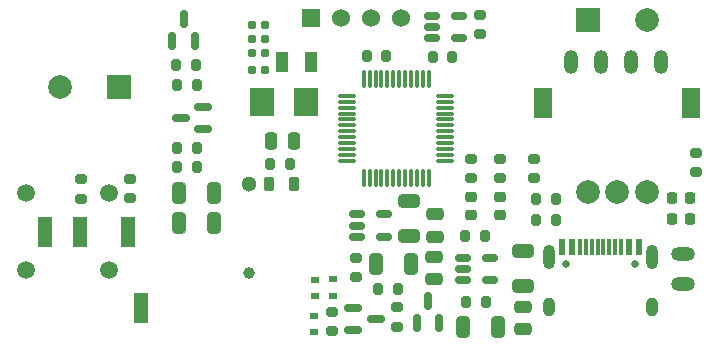
<source format=gbr>
%TF.GenerationSoftware,KiCad,Pcbnew,(6.0.2)*%
%TF.CreationDate,2022-04-09T20:57:27+08:00*%
%TF.ProjectId,Morse_code_PCB,4d6f7273-655f-4636-9f64-655f5043422e,rev?*%
%TF.SameCoordinates,Original*%
%TF.FileFunction,Soldermask,Top*%
%TF.FilePolarity,Negative*%
%FSLAX46Y46*%
G04 Gerber Fmt 4.6, Leading zero omitted, Abs format (unit mm)*
G04 Created by KiCad (PCBNEW (6.0.2)) date 2022-04-09 20:57:27*
%MOMM*%
%LPD*%
G01*
G04 APERTURE LIST*
G04 Aperture macros list*
%AMRoundRect*
0 Rectangle with rounded corners*
0 $1 Rounding radius*
0 $2 $3 $4 $5 $6 $7 $8 $9 X,Y pos of 4 corners*
0 Add a 4 corners polygon primitive as box body*
4,1,4,$2,$3,$4,$5,$6,$7,$8,$9,$2,$3,0*
0 Add four circle primitives for the rounded corners*
1,1,$1+$1,$2,$3*
1,1,$1+$1,$4,$5*
1,1,$1+$1,$6,$7*
1,1,$1+$1,$8,$9*
0 Add four rect primitives between the rounded corners*
20,1,$1+$1,$2,$3,$4,$5,0*
20,1,$1+$1,$4,$5,$6,$7,0*
20,1,$1+$1,$6,$7,$8,$9,0*
20,1,$1+$1,$8,$9,$2,$3,0*%
G04 Aperture macros list end*
%ADD10RoundRect,0.225000X-0.250000X0.225000X-0.250000X-0.225000X0.250000X-0.225000X0.250000X0.225000X0*%
%ADD11RoundRect,0.155000X-0.212500X-0.155000X0.212500X-0.155000X0.212500X0.155000X-0.212500X0.155000X0*%
%ADD12RoundRect,0.200000X-0.275000X0.200000X-0.275000X-0.200000X0.275000X-0.200000X0.275000X0.200000X0*%
%ADD13RoundRect,0.200000X0.200000X0.275000X-0.200000X0.275000X-0.200000X-0.275000X0.200000X-0.275000X0*%
%ADD14RoundRect,0.150000X0.587500X0.150000X-0.587500X0.150000X-0.587500X-0.150000X0.587500X-0.150000X0*%
%ADD15R,2.000000X2.000000*%
%ADD16C,2.000000*%
%ADD17RoundRect,0.200000X-0.200000X-0.275000X0.200000X-0.275000X0.200000X0.275000X-0.200000X0.275000X0*%
%ADD18R,1.000000X1.800000*%
%ADD19RoundRect,0.075000X-0.662500X-0.075000X0.662500X-0.075000X0.662500X0.075000X-0.662500X0.075000X0*%
%ADD20RoundRect,0.075000X-0.075000X-0.662500X0.075000X-0.662500X0.075000X0.662500X-0.075000X0.662500X0*%
%ADD21O,2.000000X1.200000*%
%ADD22R,0.700000X0.600000*%
%ADD23RoundRect,0.218750X-0.218750X-0.381250X0.218750X-0.381250X0.218750X0.381250X-0.218750X0.381250X0*%
%ADD24R,1.500000X2.500000*%
%ADD25RoundRect,0.250000X0.325000X0.650000X-0.325000X0.650000X-0.325000X-0.650000X0.325000X-0.650000X0*%
%ADD26RoundRect,0.250000X-0.650000X0.325000X-0.650000X-0.325000X0.650000X-0.325000X0.650000X0.325000X0*%
%ADD27RoundRect,0.250000X-0.325000X-0.650000X0.325000X-0.650000X0.325000X0.650000X-0.325000X0.650000X0*%
%ADD28RoundRect,0.218750X0.218750X0.256250X-0.218750X0.256250X-0.218750X-0.256250X0.218750X-0.256250X0*%
%ADD29RoundRect,0.200000X0.275000X-0.200000X0.275000X0.200000X-0.275000X0.200000X-0.275000X-0.200000X0*%
%ADD30RoundRect,0.150000X-0.512500X-0.150000X0.512500X-0.150000X0.512500X0.150000X-0.512500X0.150000X0*%
%ADD31R,1.524000X1.524000*%
%ADD32C,1.524000*%
%ADD33RoundRect,0.250000X0.475000X-0.250000X0.475000X0.250000X-0.475000X0.250000X-0.475000X-0.250000X0*%
%ADD34C,0.650000*%
%ADD35R,0.600000X1.450000*%
%ADD36R,0.300000X1.450000*%
%ADD37O,1.000000X2.100000*%
%ADD38O,1.000000X1.600000*%
%ADD39C,1.500000*%
%ADD40R,1.200000X2.500000*%
%ADD41RoundRect,0.250000X0.250000X0.475000X-0.250000X0.475000X-0.250000X-0.475000X0.250000X-0.475000X0*%
%ADD42RoundRect,0.150000X0.150000X-0.587500X0.150000X0.587500X-0.150000X0.587500X-0.150000X-0.587500X0*%
%ADD43R,2.000000X2.400000*%
%ADD44RoundRect,0.150000X-0.587500X-0.150000X0.587500X-0.150000X0.587500X0.150000X-0.587500X0.150000X0*%
%ADD45RoundRect,0.250000X-0.475000X0.250000X-0.475000X-0.250000X0.475000X-0.250000X0.475000X0.250000X0*%
%ADD46O,1.200000X2.000000*%
%ADD47C,1.300000*%
%ADD48C,1.000000*%
G04 APERTURE END LIST*
D10*
%TO.C,C2*%
X112300000Y-149125000D03*
X112300000Y-150675000D03*
%TD*%
D11*
%TO.C,C16*%
X91282500Y-135720000D03*
X92417500Y-135720000D03*
%TD*%
D12*
%TO.C,R19*%
X110600000Y-133675000D03*
X110600000Y-135325000D03*
%TD*%
D13*
%TO.C,R21*%
X86625000Y-139600000D03*
X84975000Y-139600000D03*
%TD*%
D14*
%TO.C,Q3*%
X87137500Y-143350000D03*
X87137500Y-141450000D03*
X85262500Y-142400000D03*
%TD*%
D15*
%TO.C,BZ1*%
X80070785Y-139800000D03*
D16*
X75070785Y-139800000D03*
%TD*%
D17*
%TO.C,R20*%
X84875000Y-137900000D03*
X86525000Y-137900000D03*
%TD*%
D18*
%TO.C,Y2*%
X93830000Y-137640000D03*
X96330000Y-137640000D03*
%TD*%
D19*
%TO.C,U7*%
X99337500Y-140550000D03*
X99337500Y-141050000D03*
X99337500Y-141550000D03*
X99337500Y-142050000D03*
X99337500Y-142550000D03*
X99337500Y-143050000D03*
X99337500Y-143550000D03*
X99337500Y-144050000D03*
X99337500Y-144550000D03*
X99337500Y-145050000D03*
X99337500Y-145550000D03*
X99337500Y-146050000D03*
D20*
X100750000Y-147462500D03*
X101250000Y-147462500D03*
X101750000Y-147462500D03*
X102250000Y-147462500D03*
X102750000Y-147462500D03*
X103250000Y-147462500D03*
X103750000Y-147462500D03*
X104250000Y-147462500D03*
X104750000Y-147462500D03*
X105250000Y-147462500D03*
X105750000Y-147462500D03*
X106250000Y-147462500D03*
D19*
X107662500Y-146050000D03*
X107662500Y-145550000D03*
X107662500Y-145050000D03*
X107662500Y-144550000D03*
X107662500Y-144050000D03*
X107662500Y-143550000D03*
X107662500Y-143050000D03*
X107662500Y-142550000D03*
X107662500Y-142050000D03*
X107662500Y-141550000D03*
X107662500Y-141050000D03*
X107662500Y-140550000D03*
D20*
X106250000Y-139137500D03*
X105750000Y-139137500D03*
X105250000Y-139137500D03*
X104750000Y-139137500D03*
X104250000Y-139137500D03*
X103750000Y-139137500D03*
X103250000Y-139137500D03*
X102750000Y-139137500D03*
X102250000Y-139137500D03*
X101750000Y-139137500D03*
X101250000Y-139137500D03*
X100750000Y-139137500D03*
%TD*%
D21*
%TO.C,J4*%
X127800000Y-156500000D03*
X127800000Y-153960000D03*
%TD*%
D17*
%TO.C,R18*%
X106575000Y-137300000D03*
X108225000Y-137300000D03*
%TD*%
D11*
%TO.C,C14*%
X91272500Y-138330000D03*
X92407500Y-138330000D03*
%TD*%
D22*
%TO.C,D1*%
X96570000Y-160570000D03*
X96570000Y-159170000D03*
%TD*%
D13*
%TO.C,R8*%
X103615000Y-156920000D03*
X101965000Y-156920000D03*
%TD*%
D17*
%TO.C,R17*%
X84975000Y-145000000D03*
X86625000Y-145000000D03*
%TD*%
D10*
%TO.C,C3*%
X109800000Y-149125000D03*
X109800000Y-150675000D03*
%TD*%
D13*
%TO.C,R2*%
X94505000Y-146280000D03*
X92855000Y-146280000D03*
%TD*%
D23*
%TO.C,L1*%
X92757500Y-148040000D03*
X94882500Y-148040000D03*
%TD*%
D24*
%TO.C,SW1*%
X115950000Y-141150000D03*
X128450000Y-141150000D03*
D16*
X119700000Y-148650000D03*
X124700000Y-148650000D03*
X122200000Y-148650000D03*
D15*
X119700000Y-134150000D03*
D16*
X124700000Y-134150000D03*
%TD*%
D25*
%TO.C,C8*%
X104775000Y-154750000D03*
X101825000Y-154750000D03*
%TD*%
D26*
%TO.C,C5*%
X114200000Y-153725000D03*
X114200000Y-156675000D03*
%TD*%
D27*
%TO.C,C13*%
X85125000Y-151350000D03*
X88075000Y-151350000D03*
%TD*%
D25*
%TO.C,C6*%
X112095000Y-160130000D03*
X109145000Y-160130000D03*
%TD*%
D22*
%TO.C,D5*%
X96600000Y-157500000D03*
X96600000Y-156100000D03*
%TD*%
D28*
%TO.C,D3*%
X128387500Y-151000000D03*
X126812500Y-151000000D03*
%TD*%
D29*
%TO.C,R13*%
X115200000Y-147525000D03*
X115200000Y-145875000D03*
%TD*%
D30*
%TO.C,U3*%
X109162500Y-154250000D03*
X109162500Y-155200000D03*
X109162500Y-156150000D03*
X111437500Y-156150000D03*
X111437500Y-154250000D03*
%TD*%
D31*
%TO.C,U2*%
X96295000Y-133995000D03*
D32*
X98835000Y-133995000D03*
X101375000Y-133995000D03*
X103915000Y-133995000D03*
%TD*%
D33*
%TO.C,C9*%
X106700000Y-156050000D03*
X106700000Y-154150000D03*
%TD*%
D17*
%TO.C,R16*%
X84975000Y-146600000D03*
X86625000Y-146600000D03*
%TD*%
D12*
%TO.C,R7*%
X103550000Y-158455000D03*
X103550000Y-160105000D03*
%TD*%
D34*
%TO.C,J1*%
X123690000Y-154760000D03*
X117910000Y-154760000D03*
D35*
X117550000Y-153315000D03*
X118350000Y-153315000D03*
D36*
X119550000Y-153315000D03*
X120550000Y-153315000D03*
X121050000Y-153315000D03*
X122050000Y-153315000D03*
D35*
X123250000Y-153315000D03*
X124050000Y-153315000D03*
X124050000Y-153315000D03*
X123250000Y-153315000D03*
D36*
X122550000Y-153315000D03*
X121550000Y-153315000D03*
X120050000Y-153315000D03*
X119050000Y-153315000D03*
D35*
X118350000Y-153315000D03*
X117550000Y-153315000D03*
D37*
X116480000Y-154230000D03*
X125120000Y-154230000D03*
D38*
X125120000Y-158410000D03*
X116480000Y-158410000D03*
%TD*%
D12*
%TO.C,R6*%
X98100000Y-158825000D03*
X98100000Y-160475000D03*
%TD*%
%TO.C,R24*%
X128850000Y-145375000D03*
X128850000Y-147025000D03*
%TD*%
D39*
%TO.C,J3*%
X72155000Y-155300000D03*
X79155000Y-155300000D03*
D40*
X76755000Y-152050000D03*
X73755000Y-152050000D03*
X81855000Y-158550000D03*
X80755000Y-152050000D03*
%TD*%
D11*
%TO.C,C1*%
X91282500Y-136960000D03*
X92417500Y-136960000D03*
%TD*%
%TO.C,C15*%
X91262500Y-134520000D03*
X92397500Y-134520000D03*
%TD*%
D12*
%TO.C,R23*%
X80950000Y-147575000D03*
X80950000Y-149225000D03*
%TD*%
D17*
%TO.C,R12*%
X115375000Y-149300000D03*
X117025000Y-149300000D03*
%TD*%
D41*
%TO.C,C17*%
X94830000Y-144370000D03*
X92930000Y-144370000D03*
%TD*%
D17*
%TO.C,R11*%
X115375000Y-151100000D03*
X117025000Y-151100000D03*
%TD*%
D13*
%TO.C,R10*%
X111100000Y-158000000D03*
X109450000Y-158000000D03*
%TD*%
D17*
%TO.C,R1*%
X101005000Y-137190000D03*
X102655000Y-137190000D03*
%TD*%
D12*
%TO.C,R22*%
X76850000Y-147600000D03*
X76850000Y-149250000D03*
%TD*%
D22*
%TO.C,D4*%
X98110000Y-156090000D03*
X98110000Y-157490000D03*
%TD*%
D42*
%TO.C,Q4*%
X84550000Y-135937500D03*
X86450000Y-135937500D03*
X85500000Y-134062500D03*
%TD*%
D30*
%TO.C,U6*%
X106562500Y-133750000D03*
X106562500Y-134700000D03*
X106562500Y-135650000D03*
X108837500Y-135650000D03*
X108837500Y-133750000D03*
%TD*%
D29*
%TO.C,R3*%
X112300000Y-147525000D03*
X112300000Y-145875000D03*
%TD*%
D43*
%TO.C,Y1*%
X92130000Y-141070000D03*
X95830000Y-141070000D03*
%TD*%
D30*
%TO.C,U5*%
X100182500Y-150590000D03*
X100182500Y-151540000D03*
X100182500Y-152490000D03*
X102457500Y-152490000D03*
X102457500Y-150590000D03*
%TD*%
D33*
%TO.C,C7*%
X114260000Y-160290000D03*
X114260000Y-158390000D03*
%TD*%
D28*
%TO.C,D6*%
X128387500Y-149200000D03*
X126812500Y-149200000D03*
%TD*%
D29*
%TO.C,R9*%
X100120000Y-155905000D03*
X100120000Y-154255000D03*
%TD*%
%TO.C,R4*%
X109800000Y-147525000D03*
X109800000Y-145875000D03*
%TD*%
D42*
%TO.C,Q2*%
X105240000Y-159777500D03*
X107140000Y-159777500D03*
X106190000Y-157902500D03*
%TD*%
D27*
%TO.C,C12*%
X85125000Y-148800000D03*
X88075000Y-148800000D03*
%TD*%
D44*
%TO.C,Q1*%
X99882500Y-158480000D03*
X99882500Y-160380000D03*
X101757500Y-159430000D03*
%TD*%
D26*
%TO.C,C10*%
X104580000Y-149465000D03*
X104580000Y-152415000D03*
%TD*%
D45*
%TO.C,C11*%
X106790000Y-150560000D03*
X106790000Y-152460000D03*
%TD*%
D17*
%TO.C,R5*%
X109350000Y-152400000D03*
X111000000Y-152400000D03*
%TD*%
D46*
%TO.C,J5*%
X118290000Y-137700000D03*
X120830000Y-137700000D03*
X123370000Y-137700000D03*
X125910000Y-137700000D03*
%TD*%
D47*
%TO.C,BT1*%
X91040000Y-148040000D03*
D48*
X91040000Y-155540000D03*
%TD*%
D39*
%TO.C,J2*%
X72155000Y-148800000D03*
X79155000Y-148800000D03*
%TD*%
M02*

</source>
